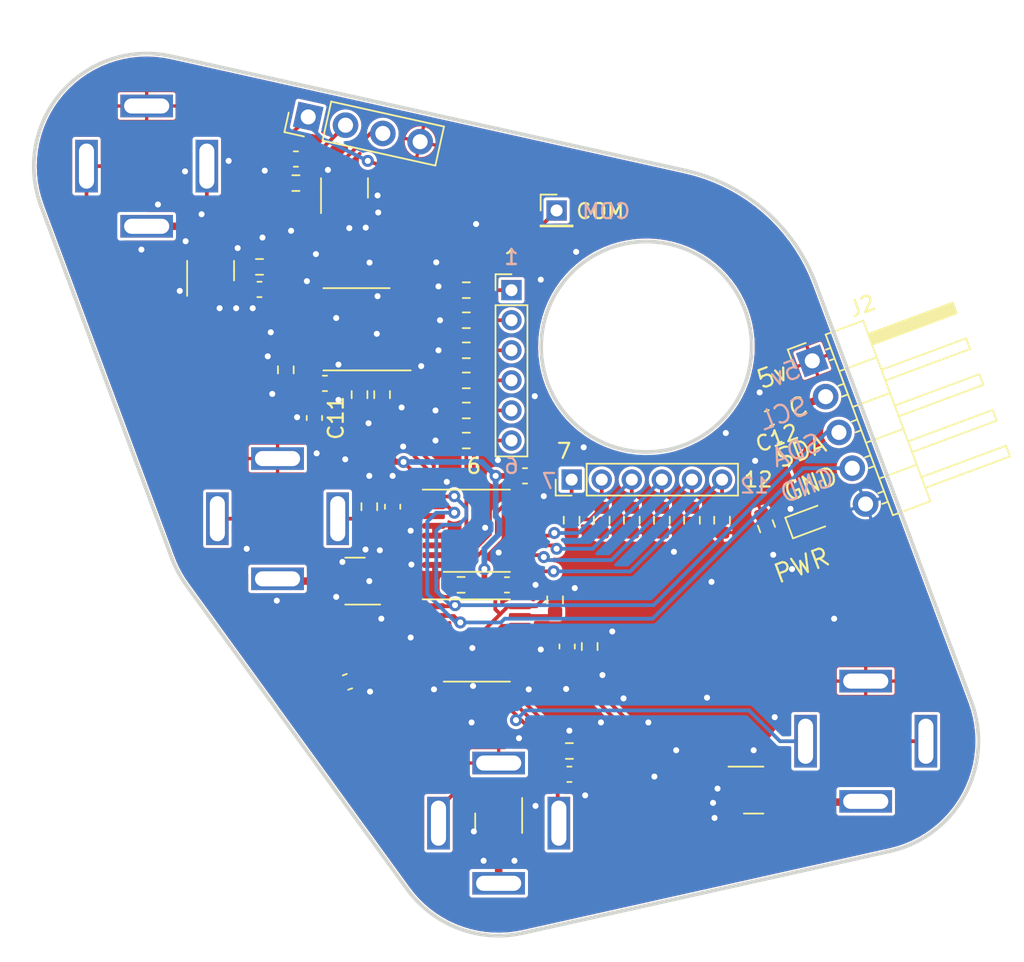
<source format=kicad_pcb>
(kicad_pcb (version 20211014) (generator pcbnew)
  (layers (0 "F.Cu" signal) (31 "B.Cu" signal) (34 "B.Paste" user) (35 "F.Paste" user) (36 "B.SilkS" user "B.Silkscreen") (37 "F.SilkS" user "F.Silkscreen") (38 "B.Mask" user) (39 "F.Mask" user) (44 "Edge.Cuts" user))
  (net 0 "")
  (net 1 "SW_1")
  (net 2 "GND")
  (net 3 "SW_2")
  (net 4 "SW_3")
  (net 5 "SW_4")
  (net 6 "SW_5")
  (net 7 "+5V")
  (net 8 "Net-(D1-Pad1)")
  (net 9 "SCL")
  (net 10 "SDA")
  (net 11 "LED_1")
  (net 12 "+3.3V")
  (net 13 "LED_2")
  (net 14 "Net-(Q2-Pad3)")
  (net 15 "LED_3")
  (net 16 "Net-(Q3-Pad3)")
  (net 17 "LED_4")
  (net 18 "Net-(Q4-Pad3)")
  (net 19 "LED_5")
  (net 20 "Net-(Q5-Pad3)")
  (net 21 "Net-(R6-Pad1)")
  (net 22 "Net-(R7-Pad1)")
  (net 23 "Net-(R8-Pad1)")
  (net 26 "KNOB_1")
  (net 27 "KNOB_2")
  (net 28 "KNOB_3")
  (net 29 "KNOB_4")
  (net 30 "KNOB_5")
  (net 31 "KNOB_6")
  (net 32 "KNOB_12")
  (net 33 "KNOB_11")
  (net 34 "KNOB_10")
  (net 35 "KNOB_9")
  (net 36 "KNOB_8")
  (net 37 "KNOB_7")
  (net 38 "Net-(Q1-Pad3)")
  (footprint "Resistor_SMD:R_0603_1608Metric" (layer "F.Cu") (at 62 90.6 90)
    (fp_text reference "R22" hide)
    (fp_text value "10k" hide)
  )
  (footprint "Package_SO:TSSOP-16_4.4x5mm_P0.65mm" (layer "F.Cu") (at 47.7 98.6)
    (fp_text reference "U3" hide)
    (fp_text value "PCA9557PW" hide)
  )
  (footprint "Resistor_SMD:R_0603_1608Metric" (layer "F.Cu") (at 58 90.6 90)
    (fp_text reference "R20" hide)
    (fp_text value "10k" hide)
  )
  (footprint "Resistor_SMD:R_0603_1608Metric" (layer "F.Cu") (at 47 75.3)
    (fp_text reference "R12" hide)
    (fp_text value "10k" hide)
  )
  (footprint "Package_TO_SOT_SMD:SOT-23" (layer "F.Cu") (at 49.15 110.75 -90)
    (fp_text reference "Q4" hide)
    (fp_text value "2N7002" hide)
  )
  (footprint "Package_TO_SOT_SMD:SOT-23" (layer "F.Cu") (at 30 74 90)
    (fp_text reference "Q2" hide)
    (fp_text value "2N7002" hide)
  )
  (footprint "Resistor_SMD:R_0603_1608Metric" (layer "F.Cu") (at 47 83.3)
    (fp_text reference "R16" hide)
    (fp_text value "10k" hide)
  )
  (footprint "Package_TO_SOT_SMD:SOT-23" (layer "F.Cu") (at 38.9 68.5 90)
    (fp_text reference "Q1" hide)
    (fp_text value "2N7002" hide)
  )
  (footprint "eoz_fl:FL12Lx5" (layer "F.Cu") (at 25.75 67.05)
    (fp_text reference "SW2" hide)
    (fp_text value "SW_Push_LED" hide)
  )
  (footprint "Connector_PinHeader_2.00mm:PinHeader_1x01_P2.00mm_Vertical" (layer "F.Cu") (at 53 70)
    (fp_text reference "J4" hide)
    (fp_text value "Conn_01x01_Female" hide)
  )
  (footprint "Capacitor_SMD:C_0603_1608Metric" (layer "F.Cu") (at 53.7 99 90)
    (fp_text reference "C5" hide)
    (fp_text value "100n" hide)
  )
  (footprint "Capacitor_SMD:C_0603_1608Metric" (layer "F.Cu") (at 35.669867 66.577287 180)
    (fp_text reference "C1" hide)
    (fp_text value "100n" hide)
  )
  (footprint "Capacitor_SMD:C_0603_1608Metric" (layer "F.Cu") (at 42.1 89.7 90)
    (fp_text reference "C3" hide)
    (fp_text value "100n" hide)
  )
  (footprint "Capacitor_SMD:C_0603_1608Metric" (layer "F.Cu") (at 33.25 75.25 180)
    (fp_text reference "C2" hide)
    (fp_text value "100n" hide)
  )
  (footprint "Resistor_SMD:R_0603_1608Metric" (layer "F.Cu") (at 33.25 73.75 180)
    (fp_text reference "R2" hide)
    (fp_text value "10k" hide)
  )
  (footprint "Connector_PinHeader_2.54mm:PinHeader_1x04_P2.54mm_Vertical" (layer "F.Cu") (at 36.490075 63.77753 77.5)
    (fp_text reference "SW1" hide)
    (fp_text value "SW_Push_LED" hide)
  )
  (footprint "Resistor_SMD:R_0603_1608Metric" (layer "F.Cu") (at 39.9 82.25 90)
    (fp_text reference "R10" hide)
    (fp_text value "4.7k" hide)
  )
  (footprint "Resistor_SMD:R_0603_1608Metric" (layer "F.Cu") (at 55.2 99 90)
    (fp_text reference "R5" hide)
    (fp_text value "10k" hide)
  )
  (footprint "Resistor_SMD:R_0603_1608Metric" (layer "F.Cu") (at 41.4 82.25 90)
    (fp_text reference "R9" hide)
    (fp_text value "4.7k" hide)
  )
  (footprint "Resistor_SMD:R_0603_1608Metric" (layer "F.Cu") (at 47 81.3)
    (fp_text reference "R15" hide)
    (fp_text value "10k" hide)
  )
  (footprint "Connector_PinHeader_2.54mm:PinHeader_1x05_P2.54mm_Horizontal" (layer "F.Cu") (at 70 80 20.4)
    (fp_text reference "J2")
    (fp_text value "Conn_01x05")
  )
  (footprint "Capacitor_SMD:C_0603_1608Metric" (layer "F.Cu") (at 36.9 83.8 -90)
    (fp_text reference "C11")
    (fp_text value "1u")
  )
  (footprint "Capacitor_SMD:C_0603_1608Metric" (layer "F.Cu") (at 67.15 83.8 -159.6)
    (fp_text reference "C12")
    (fp_text value "1u")
  )
  (footprint "Connector_PinHeader_2.00mm:PinHeader_1x06_P2.00mm_Vertical" (layer "F.Cu") (at 50 75.3)
    (fp_text reference "J1" hide)
    (fp_text value "Conn_01x06_Female" hide)
  )
  (footprint "Resistor_SMD:R_0603_1608Metric" (layer "F.Cu") (at 54 90.6 90)
    (fp_text reference "R18" hide)
    (fp_text value "10k" hide)
  )
  (footprint "eoz_fl:FL12Lx5" (layer "F.Cu") (at 34.45 90.5)
    (fp_text reference "SW3" hide)
    (fp_text value "SW_Push_LED" hide)
  )
  (footprint "Resistor_SMD:R_0603_1608Metric" (layer "F.Cu") (at 35 80.6 -90)
    (fp_text reference "R6" hide)
    (fp_text value "10k" hide)
  )
  (footprint "Resistor_SMD:R_0603_1608Metric" (layer "F.Cu") (at 47 77.3)
    (fp_text reference "R13" hide)
    (fp_text value "10k" hide)
  )
  (footprint "Resistor_SMD:R_0603_1608Metric" (layer "F.Cu") (at 52.9 95.9 90)
    (fp_text reference "R8" hide)
    (fp_text value "10k" hide)
  )
  (footprint "Package_SO:TSSOP-16_4.4x5mm_P0.65mm" (layer "F.Cu") (at 47.7 91.3)
    (fp_text reference "U2" hide)
    (fp_text value "PCA9557PW" hide)
  )
  (footprint "eoz_fl:FL12Lx5" (layer "F.Cu") (at 49.15 110.75)
    (fp_text reference "SW4" hide)
    (fp_text value "SW_Push_LED" hide)
  )
  (footprint "Capacitor_SMD:C_0603_1608Metric" (layer "F.Cu") (at 37.6 81.5)
    (fp_text reference "C6" hide)
    (fp_text value "100n" hide)
  )
  (footprint "Package_SO:TSSOP-16_4.4x5mm_P0.65mm" (layer "F.Cu") (at 39.7 77.9 180)
    (fp_text reference "U1" hide)
    (fp_text value "PCA9557PW" hide)
  )
  (footprint "Resistor_SMD:R_0603_1608Metric" (layer "F.Cu") (at 47 79.3)
    (fp_text reference "R14" hide)
    (fp_text value "10k" hide)
  )
  (footprint "Capacitor_SMD:C_0603_1608Metric" (layer "F.Cu") (at 53.85 107.5)
    (fp_text reference "C4" hide)
    (fp_text value "100n" hide)
  )
  (footprint "eoz_fl:FL12Lx5" (layer "F.Cu") (at 73.55 105.3)
    (fp_text reference "SW5" hide)
    (fp_text value "SW_Push_LED" hide)
  )
  (footprint "Capacitor_SMD:C_0603_1608Metric" (layer "F.Cu") (at 50.9 87.65)
    (fp_text reference "C7" hide)
    (fp_text value "100n" hide)
  )
  (footprint "Resistor_SMD:R_0603_1608Metric" (layer "F.Cu") (at 60 90.6 90)
    (fp_text reference "R21" hide)
    (fp_text value "10k" hide)
  )
  (footprint "Connector_PinHeader_2.00mm:PinHeader_1x06_P2.00mm_Vertical" (layer "F.Cu") (at 54 87.9 90)
    (fp_text reference "J3" hide)
    (fp_text value "Conn_01x06_Female" hide)
  )
  (footprint "Capacitor_SMD:C_0603_1608Metric" (layer "F.Cu") (at 49.7 94.9)
    (fp_text reference "C8" hide)
    (fp_text value "100n" hide)
  )
  (footprint "LED_SMD:LED_0603_1608Metric" (layer "F.Cu") (at 69.85 90.6 20.4)
    (fp_text reference "D1" hide)
    (fp_text value "LED" hide)
  )
  (footprint "Capacitor_SMD:C_0603_1608Metric" (layer "F.Cu") (at 39.1 101.35 20.4)
    (fp_text reference "C10" hide)
    (fp_text value "1u" hide)
  )
  (footprint "Package_TO_SOT_SMD:SOT-23" (layer "F.Cu") (at 66.1 108.55)
    (fp_text reference "Q5" hide)
    (fp_text value "2N7002" hide)
  )
  (footprint "Resistor_SMD:R_0603_1608Metric" (layer "F.Cu") (at 47 85.3)
    (fp_text reference "R17" hide)
    (fp_text value "10k" hide)
  )
  (footprint "Capacitor_SMD:C_0603_1608Metric" (layer "F.Cu") (at 68 85.9 -159.6)
    (fp_text reference "C9" hide)
    (fp_text value "1u" hide)
  )
  (footprint "Resistor_SMD:R_0603_1608Metric" (layer "F.Cu") (at 66.95 91 -69.6)
    (fp_text reference "R11" hide)
    (fp_text value "1k" hide)
  )
  (footprint "Resistor_SMD:R_0603_1608Metric" (layer "F.Cu") (at 46.65 94.9)
    (fp_text reference "R7" hide)
    (fp_text value "10k" hide)
  )
  (footprint "Resistor_SMD:R_0603_1608Metric" (layer "F.Cu") (at 35.669867 68.177287 180)
    (fp_text reference "R1" hide)
    (fp_text value "10k" hide)
  )
  (footprint "Package_TO_SOT_SMD:SOT-23" (layer "F.Cu") (at 39.6 94.65 180)
    (fp_text reference "Q3" hide)
    (fp_text value "2N7002" hide)
  )
  (footprint "Resistor_SMD:R_0603_1608Metric" (layer "F.Cu") (at 40.55 89.7 90)
    (fp_text reference "R3" hide)
    (fp_text value "10k" hide)
  )
  (footprint "Resistor_SMD:R_0603_1608Metric" (layer "F.Cu") (at 56 90.6 90)
    (fp_text reference "R19" hide)
    (fp_text value "10k" hide)
  )
  (footprint "Resistor_SMD:R_0603_1608Metric" (layer "F.Cu") (at 64 90.6 90)
    (fp_text reference "R23" hide)
    (fp_text value "10k" hide)
  )
  (footprint "Resistor_SMD:R_0603_1608Metric" (layer "F.Cu") (at 53.85 105.95)
    (fp_text reference "R4" hide)
    (fp_text value "10k" hide)
  )
  (gr_line (start 18.718778 69.672673) (end 27.418667 93.110077) (layer "Edge.Cuts") (width 0.25))
  (gr_line (start 28.380921 94.906654) (end 43.0694 115.136547) (layer "Edge.Cuts") (width 0.25))
  (gr_arc (start 61.578001 67.349004) (mid 66.854488 70.014356) (end 70.218176 74.875531) (layer "Edge.Cuts") (width 0.25))
  (gr_line (start 61.578001 67.349004) (end 27.378503 59.741642) (layer "Edge.Cuts") (width 0.25))
  (gr_line (start 80.56768 102.671893) (end 70.218176 74.875531) (layer "Edge.Cuts") (width 0.25))
  (gr_arc (start 18.718778 69.672673) (mid 20.097241 62.133577) (end 27.378503 59.741642) (layer "Edge.Cuts") (width 0.25))
  (gr_circle (center 58.972396 79.062706) (end 65.972396 79.062706) (layer "Edge.Cuts") (width 0.25) (fill none))
  (gr_arc (start 80.56768 102.671893) (mid 80.129969 108.867987) (end 75.171406 112.609088) (layer "Edge.Cuts") (width 0.25))
  (gr_line (start 50.770706 118.050213) (end 75.171406 112.609088) (layer "Edge.Cuts") (width 0.25))
  (gr_arc (start 50.770706 118.050213) (mid 46.48445 117.744753) (end 43.0694 115.136547) (layer "Edge.Cuts") (width 0.25))
  (gr_arc (start 28.380921 94.906654) (mid 27.838485 94.041203) (end 27.418667 93.110077) (layer "Edge.Cuts") (width 0.25))
  (gr_text "SCL" (at 68.1 83.5 20.4) (layer "B.SilkS") (effects (font (size 1.2 1.2)) (justify mirror)))
  (gr_text "1" (at 50 73.1) (layer "B.SilkS") (effects (font (size 1 1)) (justify mirror)))
  (gr_text "12" (at 66.15 88.3) (layer "B.SilkS") (effects (font (size 1 1)) (justify mirror)))
  (gr_text "7" (at 52.5 88) (layer "B.SilkS") (effects (font (size 1 1)) (justify mirror)))
  (gr_text "6" (at 50 87) (layer "B.SilkS") (effects (font (size 1 1)) (justify mirror)))
  (gr_text "GND" (at 69.65 88.3 20.4) (layer "B.SilkS") (effects (font (size 1.2 1.2)) (justify mirror)))
  (gr_text "5v	" (at 67.05 81.25 20.4) (layer "B.SilkS") (effects (font (size 1.2 1.2)) (justify mirror)))
  (gr_text "SDA" (at 68.95 85.95 20.4) (layer "B.SilkS") (effects (font (size 1.2 1.2)) (justify mirror)))
  (gr_text "COM" (at 56.3 70.05) (layer "B.SilkS") (effects (font (size 1 1)) (justify mirror)))
  (gr_text "SDA" (at 69.25 86 20.4) (layer "F.SilkS") (effects (font (size 1.2 1.2))))
  (gr_text "12" (at 66.4 87.9) (layer "F.SilkS") (effects (font (size 1 1))))
  (gr_text "GND" (at 69.9 88.2 20.4) (layer "F.SilkS") (effects (font (size 1.2 1.2))))
  (gr_text "5v	" (at 68.5 80.55 20.4) (layer "F.SilkS") (effects (font (size 1.2 1.2))))
  (gr_text "6" (at 47.5 87) (layer "F.SilkS") (effects (font (size 1 1))))
  (gr_text "COM" (at 55.9 70.05) (layer "F.SilkS") (effects (font (size 1 1))))
  (gr_text "1" (at 50 73.1) (layer "F.SilkS") (effects (font (size 1 1))))
  (gr_text "C" (at 69.05 83.1 20.4) (layer "F.SilkS") (effects (font (size 1.2 1.2))))
  (gr_text "PWR" (at 69.3 93.6 20.4) (layer "F.SilkS") (effects (font (size 1.2 1.2))))
  (gr_text "7" (at 53.5 86) (layer "F.SilkS") (effects (font (size 1 1))))
  (segment (start 36.494867 66.627287) (end 36.444867 66.577287) (width 0.25) (layer "F.Cu") (net 1))
  (segment (start 36.444867 66.577287) (end 36.719867 66.577287) (width 0.25) (layer "F.Cu") (net 1))
  (segment (start 35 77.1) (end 35 72.9) (width 0.25) (layer "F.Cu") (net 1))
  (segment (start 36.8375 77.575) (end 35.475 77.575) (width 0.25) (layer "F.Cu") (net 1))
  (segment (start 36.494867 71.405133) (end 36.494867 68.177287) (width 0.25) (layer "F.Cu") (net 1))
  (segment (start 36.494867 68.177287) (end 36.494867 66.627287) (width 0.25) (layer "F.Cu") (net 1))
  (segment (start 35 72.9) (end 36.494867 71.405133) (width 0.25) (layer "F.Cu") (net 1))
  (segment (start 36.719867 66.577287) (end 38.969867 64.327287) (width 0.25) (layer "F.Cu") (net 1))
  (segment (start 35.475 77.575) (end 35 77.1) (width 0.25) (layer "F.Cu") (net 1))
  (via (at 34.4 95.95) (size 0.8) (drill 0.4) (layers "F.Cu" "B.Cu") (net 2))
  (via (at 67.5 103.7) (size 0.8) (drill 0.4) (layers "F.Cu" "B.Cu") (net 2))
  (via (at 45.7 88.05) (size 0.8) (drill 0.4) (layers "F.Cu" "B.Cu") (net 2))
  (via (at 40.313522 71.140141) (size 0.8) (drill 0.4) (layers "F.Cu" "B.Cu") (net 2))
  (via (at 63.5 110.4) (size 0.8) (drill 0.4) (layers "F.Cu" "B.Cu") (net 2))
  (via (at 66.2 86.65) (size 0.8) (drill 0.4) (layers "F.Cu" "B.Cu") (net 2))
  (via (at 53.85 104.6) (size 0.8) (drill 0.4) (layers "F.Cu" "B.Cu") (net 2))
  (via (at 33.6 67.35) (size 0.8) (drill 0.4) (layers "F.Cu" "B.Cu") (net 2))
  (via (at 60.95 105.9) (size 0.8) (drill 0.4) (layers "F.Cu" "B.Cu") (net 2))
  (via (at 29.4 70.25) (size 0.8) (drill 0.4) (layers "F.Cu" "B.Cu") (net 2))
  (via (at 38.95 86.55) (size 0.8) (drill 0.4) (layers "F.Cu" "B.Cu") (net 2))
  (via (at 43.35 93.55) (size 0.8) (drill 0.4) (layers "F.Cu" "B.Cu") (net 2))
  (via (at 51.95 74.6) (size 0.8) (drill 0.4) (layers "F.Cu" "B.Cu") (net 2))
  (via (at 40.567275 73.466688) (size 0.8) (drill 0.4) (layers "F.Cu" "B.Cu") (net 2))
  (via (at 40.3 92.55) (size 0.8) (drill 0.4) (layers "F.Cu" "B.Cu") (net 2))
  (via (at 66.1 105.9) (size 0.8) (drill 0.4) (layers "F.Cu" "B.Cu") (net 2))
  (via (at 51.15 101.85) (size 0.8) (drill 0.4) (layers "F.Cu" "B.Cu") (net 2))
  (via (at 59.1 104.05) (size 0.8) (drill 0.4) (layers "F.Cu" "B.Cu") (net 2))
  (via (at 42.8 85.7) (size 0.8) (drill 0.4) (layers "F.Cu" "B.Cu") (net 2))
  (via (at 59.5 107.65) (size 0.8) (drill 0.4) (layers "F.Cu" "B.Cu") (net 2))
  (via (at 31.8 72.5) (size 0.8) (drill 0.4) (layers "F.Cu" "B.Cu") (net 2))
  (via (at 35.35 71.35) (size 0.8) (drill 0.4) (layers "F.Cu" "B.Cu") (net 2))
  (via (at 63.7 108.45) (size 0.8) (drill 0.4) (layers "F.Cu" "B.Cu") (net 2))
  (via (at 50.5 105.1) (size 0.8) (drill 0.4) (layers "F.Cu" "B.Cu") (net 2))
  (via (at 54.8 85.75) (size 0.8) (drill 0.4) (layers "F.Cu" "B.Cu") (net 2))
  (via (at 37.8 67.3) (size 0.8) (drill 0.4) (layers "F.Cu" "B.Cu") (net 2))
  (via (at 44.95 83.3) (size 0.8) (drill 0.4) (layers "F.Cu" "B.Cu") (net 2))
  (via (at 47.4 99.1) (size 0.8) (drill 0.4) (layers "F.Cu" "B.Cu") (net 2))
  (via (at 45 73.45) (size 0.8) (drill 0.4) (layers "F.Cu" "B.Cu") (net 2))
  (via (at 47.5 111.3) (size 0.8) (drill 0.4) (layers "F.Cu" "B.Cu") (net 2))
  (via (at 33.45 71.8) (size 0.8) (drill 0.4) (layers "F.Cu" "B.Cu") (net 2))
  (via (at 48.15 113.25) (size 0.8) (drill 0.4) (layers "F.Cu" "B.Cu") (net 2))
  (via (at 51.55 82.35) (size 0.8) (drill 0.4) (layers "F.Cu" "B.Cu") (net 2))
  (via (at 25.4 72.6) (size 0.8) (drill 0.4) (layers "F.Cu" "B.Cu") (net 2))
  (via (at 68.55 89.85) (size 0.8) (drill 0.4) (layers "F.Cu" "B.Cu") (net 2))
  (via (at 56.7 98) (size 0.8) (drill 0.4) (layers "F.Cu" "B.Cu") (net 2))
  (via (at 45.15 79.3) (size 0.8) (drill 0.4) (layers "F.Cu" "B.Cu") (net 2))
  (via (at 38.763148 93.374802) (size 0.8) (drill 0.4) (layers "F.Cu" "B.Cu") (net 2))
  (via (at 27.95 75.35) (size 0.8) (drill 0.4) (layers "F.Cu" "B.Cu") (net 2))
  (via (at 39.220903 71.171965) (size 0.8) (drill 0.4) (layers "F.Cu" "B.Cu") (net 2))
  (via (at 33.8 79.7) (size 0.8) (drill 0.4) (layers "F.Cu" "B.Cu") (net 2))
  (via (at 54.207826 95.114496) (size 0.8) (drill 0.4) (layers "F.Cu" "B.Cu") (net 2))
  (via (at 54.9 108.9) (size 0.8) (drill 0.4) (layers "F.Cu" "B.Cu") (net 2))
  (via (at 47.35 104.05) (size 0.8) (drill 0.4) (layers "F.Cu" "B.Cu") (net 2))
  (via (at 40.6 102) (size 0.8) (drill 0.4) (layers "F.Cu" "B.Cu") (net 2))
  (via (at 38.35 95.7) (size 0.8) (drill 0.4) (layers "F.Cu" "B.Cu") (net 2))
  (via (at 35.75 83.75) (size 0.8) (drill 0.4) (layers "F.Cu" "B.Cu") (net 2))
  (via (at 47.65 70.9) (size 0.8) (drill 0.4) (layers "F.Cu" "B.Cu") (net 2))
  (via (at 40.55 87.65) (size 0.8) (drill 0.4) (layers "F.Cu" "B.Cu") (net 2))
  (via (at 41.1 75.7) (size 0.8) (drill 0.4) (layers "F.Cu" "B.Cu") (net 2))
  (via (at 52.15 89) (size 0.8) (drill 0.4) (layers "F.Cu" "B.Cu") (net 2))
  (via (at 43.3 98.4) (size 0.8) (drill 0.4) (layers "F.Cu" "B.Cu") (net 2))
  (via (at 63.3 94.7) (size 0.8) (drill 0.4) (layers "F.Cu" "B.Cu") (net 2))
  (via (at 36.4 74.7) (size 0.8) (drill 0.4) (layers "F.Cu" "B.Cu") (net 2))
  (via (at 41.05 78.2) (size 0.8) (drill 0.4) (layers "F.Cu" "B.Cu") (net 2))
  (via (at 37 72.9) (size 0.8) (drill 0.4) (layers "F.Cu" "B.Cu") (net 2))
  (via (at 32.8 76.5) (size 0.8) (drill 0.4) (layers "F.Cu" "B.Cu") (net 2))
  (via (at 51.6 109.6) (size 0.8) (drill 0.4) (layers "F.Cu" "B.Cu") (net 2))
  (via (at 49.1 86.6) (size 0.8) (drill 0.4) (layers "F.Cu" "B.Cu") (net 2))
  (via (at 42.7 83.1) (size 0.8) (drill 0.4) (layers "F.Cu" "B.Cu") (net 2))
  (via (at 51.6 94.9) (size 0.8) (drill 0.4) (layers "F.Cu" "B.Cu") (net 2))
  (via (at 60.8 92.7) (size 0.8) (drill 0.4) (layers "F.Cu" "B.Cu") (net 2))
  (via (at 41.140943 70.132385) (size 0.8) (drill 0.4) (layers "F.Cu" "B.Cu") (net 2))
  (via (at 45.25 77.3) (size 0.8) (drill 0.4) (layers "F.Cu" "B.Cu") (net 2))
  (via (at 71.45 97.15) (size 0.8) (drill 0.4) (layers "F.Cu" "B.Cu") (net 2))
  (via (at 49.15 92.75) (size 0.8) (drill 0.4) (layers "F.Cu" "B.Cu") (net 2))
  (via (at 38.5 82.6) (size 0.8) (drill 0.4) (layers "F.Cu" "B.Cu") (net 2))
  (via (at 34.1 82.2) (size 0.8) (drill 0.4) (layers "F.Cu" "B.Cu") (net 2))
  (via (at 63 102.4) (size 0.8) (drill 0.4) (layers "F.Cu" "B.Cu") (net 2))
  (via (at 67.4 92.9) (size 0.8) (drill 0.4) (layers "F.Cu" "B.Cu") (net 2))
  (via (at 41.35 97.15) (size 0.8) (drill 0.4) (layers "F.Cu" "B.Cu") (net 2))
  (via (at 66.5 82.1) (size 0.8) (drill 0.4) (layers "F.Cu" "B.Cu") (net 2))
  (via (at 38.35 77.15) (size 0.8) (drill 0.4) (layers "F.Cu" "B.Cu") (net 2))
  (via (at 51.95 99.2) (size 0.8) (drill 0.4) (layers "F.Cu" "B.Cu") (net 2))
  (via (at 54.3 72.75) (size 0.8) (drill 0.4) (layers "F.Cu" "B.Cu") (net 2))
  (via (at 44 80.35) (size 0.8) (drill 0.4) (layers "F.Cu" "B.Cu") (net 2))
  (via (at 43.3 91.3) (size 0.8) (drill 0.4) (layers "F.Cu" "B.Cu") (net 2))
  (via (at 41.25 92.6) (size 0.8) (drill 0.4) (layers "F.Cu" "B.Cu") (net 2))
  (via (at 47.446424 101.620988) (size 0.8) (drill 0.4) (layers "F.Cu" "B.Cu") (net 2))
  (via (at 45.15 75.05) (size 0.8) (drill 0.4) (layers "F.Cu" "B.Cu") (net 2))
  (via (at 30.6 76.5) (size 0.8) (drill 0.4) (layers "F.Cu" "B.Cu") (net 2))
  (via (at 44.85 101.85) (size 0.8) (drill 0.4) (layers "F.Cu" "B.Cu") (net 2))
  (via (at 48.25 91.1) (size 0.8) (drill 0.4) (layers "F.Cu" "B.Cu") (net 2))
  (via (at 26.5 69.6) (size 0.8) (drill 0.4) (layers "F.Cu" "B.Cu") (net 2))
  (via (at 32.4 92.5) (size 0.8) (drill 0.4) (layers "F.Cu" "B.Cu") (net 2))
  (via (at 44.95 85.3) (size 0.8) (drill 0.4) (layers "F.Cu" "B.Cu") (net 2))
  (via (at 40.55 94.65) (size 0.8) (drill 0.4) (layers "F.Cu" "B.Cu") (net 2))
  (via (at 34 78.1) (size 0.8) (drill 0.4) (layers "F.Cu" "B.Cu") (net 2))
  (via (at 64.25 84.8) (size 0.8) (drill 0.4) (layers "F.Cu" "B.Cu") (net 2))
  (via (at 57.45 102.45) (size 0.8) (drill 0.4) (layers "F.Cu" "B.Cu") (net 2))
  (via (at 42.1 87.65) (size 0.8) (drill 0.4) (layers "F.Cu" "B.Cu") (net 2))
  (via (at 28.3 67.4) (size 0.8) (drill 0.4) (layers "F.Cu" "B.Cu") (net 2))
  (via (at 31.2 66.7) (size 0.8) (drill 0.4) (layers "F.Cu" "B.Cu") (net 2))
  (via (at 55.95 104.05) (size 0.8) (drill 0.4) (layers "F.Cu" "B.Cu") (net 2))
  (via (at 31.7 76.5) (size 0.8) (drill 0.4) (layers "F.Cu" "B.Cu") (net 2))
  (via (at 68.65 93.85) (size 0.8) (drill 0.4) (layers "F.Cu" "B.Cu") (net 2))
  (via (at 53.633963 101.823926) (size 0.8) (drill 0.4) (layers "F.Cu" "B.Cu") (net 2))
  (via (at 41.1 69) (size 0.8) (drill 0.4) (layers "F.Cu" "B.Cu") (net 2))
  (via (at 38.5 80.25) (size 0.8) (drill 0.4) (layers "F.Cu" "B.Cu") (net 2))
  (via (at 50.2 113.25) (size 0.8) (drill 0.4) (layers "F.Cu" "B.Cu") (net 2))
  (via (at 40.5 84.15) (size 0.8) (drill 0.4) (layers "F.Cu" "B.Cu") (net 2))
  (via (at 28.339091 72.044109) (size 0.8) (drill 0.4) (layers "F.Cu" "B.Cu") (net 2))
  (via (at 63.4 109.4) (size 0.8) (drill 0.4) (layers "F.Cu" "B.Cu") (net 2))
  (via (at 37.05 86.15) (size 0.8) (drill 0.4) (layers "F.Cu" "B.Cu") (net 2))
  (via (at 56.05 100.9) (size 0.8) (drill 0.4) (layers "F.Cu" "B.Cu") (net 2))
  (segment (start 34.025 75.25) (end 34.025 73.8) (width 0.25) (layer "F.Cu") (net 3))
  (segment (start 34.025 73.8) (end 34.075 73.75) (width 0.25) (layer "F.Cu") (net 3))
  (segment (start 29.75 69.25) (end 34.075 73.575) (width 0.25) (layer "F.Cu") (net 3))
  (segment (start 29.75 67.05) (end 29.75 69.25) (width 0.25) (layer "F.Cu") (net 3))
  (segment (start 34.075 73.575) (end 34.075 73.75) (width 0.25) (layer "F.Cu") (net 3))
  (segment (start 35.225 78.225) (end 34.025 77.025) (width 0.25) (layer "F.Cu") (net 3))
  (segment (start 36.8375 78.225) (end 35.225 78.225) (width 0.25) (layer "F.Cu") (net 3))
  (segment (start 34.025 77.025) (end 34.025 75.25) (width 0.25) (layer "F.Cu") (net 3))
  (segment (start 42.1 90.475) (end 42.1 98.45) (width 0.25) (layer "F.Cu") (net 4))
  (segment (start 42.1 98.45) (end 43.225 99.575) (width 0.25) (layer "F.Cu") (net 4))
  (segment (start 40.6 90.475) (end 40.55 90.525) (width 0.25) (layer "F.Cu") (net 4))
  (segment (start 40.525 90.5) (end 40.55 90.525) (width 0.25) (layer "F.Cu") (net 4))
  (segment (start 38.45 90.5) (end 40.525 90.5) (width 0.25) (layer "F.Cu") (net 4))
  (segment (start 42.1 90.475) (end 40.6 90.475) (width 0.25) (layer "F.Cu") (net 4))
  (segment (start 43.225 99.575) (end 44.8375 99.575) (width 0.25) (layer "F.Cu") (net 4))
  (segment (start 49.575 98.275) (end 49.35 98.5) (width 0.25) (layer "F.Cu") (net 5))
  (segment (start 53.025 107.45) (end 53.075 107.5) (width 0.25) (layer "F.Cu") (net 5))
  (segment (start 53.075 107.5) (end 53.075 110.675) (width 0.25) (layer "F.Cu") (net 5))
  (segment (start 53.075 110.675) (end 53.15 110.75) (width 0.25) (layer "F.Cu") (net 5))
  (segment (start 50.5625 98.275) (end 49.575 98.275) (width 0.25) (layer "F.Cu") (net 5))
  (segment (start 53.025 105.95) (end 53.025 107.45) (width 0.25) (layer "F.Cu") (net 5))
  (segment (start 49.35 98.5) (end 49.35 101.2) (width 0.25) (layer "F.Cu") (net 5))
  (segment (start 53.025 104.875) (end 53.025 105.95) (width 0.25) (layer "F.Cu") (net 5))
  (segment (start 49.35 101.2) (end 53.025 104.875) (width 0.25) (layer "F.Cu") (net 5))
  (segment (start 53.75 99.825) (end 53.7 99.775) (width 0.25) (layer "F.Cu") (net 6))
  (segment (start 55.2 99.825) (end 55.2 101.4) (width 0.25) (layer "F.Cu") (net 6))
  (segment (start 55.2 101.4) (end 60.6 106.8) (width 0.25) (layer "F.Cu") (net 6))
  (segment (start 66.5 106.8) (end 67.4 107.7) (width 0.25) (layer "F.Cu") (net 6))
  (segment (start 60.6 106.8) (end 66.5 106.8) (width 0.25) (layer "F.Cu") (net 6))
  (segment (start 52.425 99.775) (end 53.7 99.775) (width 0.25) (layer "F.Cu") (net 6))
  (segment (start 67.4 107.7) (end 71.4 107.7) (width 0.25) (layer "F.Cu") (net 6))
  (segment (start 71.4 107.7) (end 73.8 105.3) (width 0.25) (layer "F.Cu") (net 6))
  (segment (start 50.5625 100.225) (end 51.975 100.225) (width 0.25) (layer "F.Cu") (net 6))
  (segment (start 73.8 105.3) (end 77.55 105.3) (width 0.25) (layer "F.Cu") (net 6))
  (segment (start 55.2 99.825) (end 53.75 99.825) (width 0.25) (layer "F.Cu") (net 6))
  (segment (start 51.975 100.225) (end 52.425 99.775) (width 0.25) (layer "F.Cu") (net 6))
  (segment (start 67.237572 91.773258) (end 69.11189 90.8745) (width 0.25) (layer "F.Cu") (net 8))
  (segment (start 44.8375 89.025) (end 46.175 89.025) (width 0.25) (layer "F.Cu") (net 9))
  (segment (start 44.8375 89.025) (end 44.8375 86.9375) (width 0.25) (layer "F.Cu") (net 9))
  (segment (start 46.175 96.325) (end 46.25 96.25) (width 0.25) (layer "F.Cu") (net 9))
  (segment (start 44.8375 96.325) (end 46.175 96.325) (width 0.25) (layer "F.Cu") (net 9))
  (segment (start 43.175 81.425) (end 41.4 81.425) (width 0.25) (layer "F.Cu") (net 9))
  (segment (start 46.175 89.025) (end 46.2 89) (width 0.25) (layer "F.Cu") (net 9))
  (segment (start 41.725 80.175) (end 42.5625 80.175) (width 0.25) (layer "F.Cu") (net 9))
  (segment (start 44 82.25) (end 43.175 81.425) (width 0.25) (layer "F.Cu") (net 9))
  (segment (start 41.4 81.425) (end 41.4 80.5) (width 0.25) (layer "F.Cu") (net 9))
  (segment (start 44 86.1) (end 44 82.25) (width 0.25) (layer "F.Cu") (net 9))
  (segment (start 41.4 80.5) (end 41.725 80.175) (width 0.25) (layer "F.Cu") (net 9))
  (segment (start 44.8375 86.9375) (end 44 86.1) (width 0.25) (layer "F.Cu") (net 9))
  (via (at 46.25 96.25) (size 0.8) (drill 0.4) (layers "F.Cu" "B.Cu") (net 9))
  (via (at 46.2 89) (size 0.8) (drill 0.4) (layers "F.Cu" "B.Cu") (net 9))
  (segment (start 70.938607 84.761393) (end 71.770746 84.761393) (width 0.25) (layer "B.Cu") (net 9))
  (segment (start 46.5 90.9) (end 47 90.4) (width 0.25) (layer "B.Cu") (net 9))
  (segment (start 45 91.3) (end 45.4 90.9) (width 0.25) (layer "B.Cu") (net 9))
  (segment (start 47 90.4) (end 47 89.8) (width 0.25) (layer "B.Cu") (net 9))
  (segment (start 46.25 96.25) (end 45.95 96.25) (width 0.25) (layer "B.Cu") (net 9))
  (segment (start 45 95.3) (end 45 91.3) (width 0.25) (layer "B.Cu") (net 9))
  (segment (start 47 89.8) (end 46.2 89) (width 0.25) (layer "B.Cu") (net 9))
  (segment (start 46.25 96.25) (end 59.45 96.25) (width 0.25) (layer "B.Cu") (net 9))
  (segment (start 45.95 96.25) (end 45 95.3) (width 0.25) (layer "B.Cu") (net 9))
  (segment (start 45.4 90.9) (end 46.5 90.9) (width 0.25) (layer "B.Cu") (net 9))
  (segment (start 59.45 96.25) (end 70.938607 84.761393) (width 0.25) (layer "B.Cu") (net 9))
  (segment (start 43.75 88.7) (end 44.35 88.1) (width 0.25) (layer "F.Cu") (net 10))
  (segment (start 39.9 80.65) (end 41.025 79.525) (width 0.25) (layer "F.Cu") (net 10))
  (segment (start 44.025 89.675) (end 43.75 89.4) (width 0.25) (layer "F.Cu") (net 10))
  (segment (start 44.8375 89.675) (end 44.025 89.675) (width 0.25) (layer "F.Cu") (net 10))
  (segment (start 41.025 79.525) (end 42.5625 79.525) (width 0.25) (layer "F.Cu") (net 10))
  (segment (start 46.175 96.975) (end 46.6 97.4) (width 0.25) (layer "F.Cu") (net 10))
  (segment (start 44.35 87.15) (end 43.55 86.35) (width 0.25) (layer "F.Cu") (net 10))
  (segment (start 44.8375 96.975) (end 46.175 96.975) (width 0.25) (layer "F.Cu") (net 10))
  (segment (start 43.75 89.4) (end 43.75 88.7) (width 0.25) (layer "F.Cu") (net 10))
  (segment (start 39.9 81.425) (end 39.9 80.65) (width 0.25) (layer "F.Cu") (net 10))
  (segment (start 43.55 82.6) (end 43.2 82.25) (width 0.25) (layer "F.Cu") (net 10))
  (segment (start 43.2 82.25) (end 40.725 82.25) (width 0.25) (layer "F.Cu") (net 10))
  (segment (start 45.775 89.675) (end 46.2 90.1) (width 0.25) (layer "F.Cu") (net 10))
  (segment (start 44.35 88.1) (end 44.35 87.15) (width 0.25) (layer "F.Cu") (net 10))
  (segment (start 44.8375 89.675) (end 45.775 89.675) (width 0.25) (layer "F.Cu") (net 10))
  (segment (start 40.725 82.25) (end 39.9 81.425) (width 0.25) (layer "F.Cu") (net 10))
  (segment (start 43.55 86.35) (end 43.55 82.6) (width 0.25) (layer "F.Cu") (net 10))
  (via (at 46.6 97.4) (size 0.8) (drill 0.4) (layers "F.Cu" "B.Cu") (net 10))
  (via (at 46.2 90.1) (size 0.8) (drill 0.4) (layers "F.Cu" "B.Cu") (net 10))
  (segment (start 44.4 90.7) (end 44.4 95.5) (width 0.25) (layer "B.Cu") (net 10))
  (segment (start 46.2 90.1) (end 45 90.1) (width 0.25) (layer "B.Cu") (net 10))
  (segment (start 45 90.1) (end 44.4 90.7) (width 0.25) (layer "B.Cu") (net 10))
  (segment (start 49.55 97.15) (end 49.3 97.4) (width 0.25) (layer "B.Cu") (net 10))
  (segment (start 72.656119 87.142089) (end 69.39005 87.142089) (width 0.25) (layer "B.Cu") (net 10))
  (segment (start 44.4 95.5) (end 46.3 97.4) (width 0.25) (layer "B.Cu") (net 10))
  (segment (start 59.382139 97.15) (end 49.55 97.15) (width 0.25) (layer "B.Cu") (net 10))
  (segment (start 49.3 97.4) (end 46.6 97.4) (width 0.25) (layer "B.Cu") (net 10))
  (segment (start 69.39005 87.142089) (end 59.382139 97.15) (width 0.25) (layer "B.Cu") (net 10))
  (segment (start 46.3 97.4) (end 46.6 97.4) (width 0.25) (layer "B.Cu") (net 10))
  (segment (start 35.825 76.925) (end 36.8375 76.925) (width 0.25) (layer "F.Cu") (net 11))
  (segment (start 37.95 70.75) (end 35.6 73.1) (width 0.25) (layer "F.Cu") (net 11))
  (segment (start 35.6 76.7) (end 35.825 76.925) (width 0.25) (layer "F.Cu") (net 11))
  (segment (start 37.95 69.4375) (end 37.95 70.75) (width 0.25) (layer "F.Cu") (net 11))
  (segment (start 35.6 73.1) (end 35.6 76.7) (width 0.25) (layer "F.Cu") (net 11))
  (segment (start 36.825 81.5) (end 35.075 81.5) (width 0.38) (layer "F.Cu") (net 12))
  (segment (start 21.75 67.05) (end 26.35 67.05) (width 0.25) (layer "F.Cu") (net 12))
  (segment (start 48.2 94.85) (end 48.25 94.9) (width 0.38) (layer "F.Cu") (net 12))
  (segment (start 33.85 90.5) (end 38.55 85.8) (width 0.25) (layer "F.Cu") (net 12))
  (segment (start 48.4 101.65) (end 50.3 103.55) (width 0.25) (layer "F.Cu") (net 12))
  (segment (start 49.25 96.85) (end 48.2 97.9) (width 0.25) (layer "F.Cu") (net 12))
  (segment (start 45.15 110.75) (end 45.15 109.8) (width 0.25) (layer "F.Cu") (net 12))
  (segment (start 36.8375 81.4875) (end 36.825 81.5) (width 0.25) (layer "F.Cu") (net 12))
  (segment (start 50.125 87.65) (end 48.95 87.65) (width 0.38) (layer "F.Cu") (net 12))
  (segment (start 44.8375 98.275) (end 48.125 98.275) (width 0.25) (layer "F.Cu") (net 12))
  (segment (start 43.975 90.325) (end 44.8375 90.325) (width 0.25) (layer "F.Cu") (net 12))
  (segment (start 41.4 85.8) (end 41.4 83.075) (width 0.38) (layer "F.Cu") (net 12))
  (segment (start 32.825 81.425) (end 21.75 70.35) (width 0.25) (layer "F.Cu") (net 12))
  (segment (start 67.876394 83.529857) (end 67.45 84.8) (width 0.38) (layer "F.Cu") (net 12))
  (segment (start 35 81.425) (end 32.825 81.425) (width 0.25) (layer "F.Cu") (net 12))
  (segment (start 47.475 94.9) (end 48.25 94.9) (width 0.25) (layer "F.Cu") (net 12))
  (segment (start 41.4 83.075) (end 39.9 83.075) (width 0.38) (layer "F.Cu") (net 12))
  (segment (start 59.2 86.7) (end 51.075 86.7) (width 0.38) (layer "F.Cu") (net 12))
  (segment (start 50.5625 96.325) (end 51.65 96.325) (width 0.25) (layer "F.Cu") (net 12))
  (segment (start 48.925 94.9) (end 48.925 96.525) (width 0.25) (layer "F.Cu") (net 12))
  (segment (start 38.55 85.8) (end 41.4 85.8) (width 0.25) (layer "F.Cu") (net 12))
  (segment (start 39.9 83.075) (end 39.525 83.45) (width 0.38) (layer "F.Cu") (net 12))
  (segment (start 40.45 66.7) (end 52.1 70.9) (width 0.25) (layer "F.Cu") (net 12))
  (segment (start 70.885373 82.380696) (end 67.876394 83.529857) (width 0.5) (layer "F.Cu") (net 12))
  (segment (start 51.65 96.325) (end 52.9 95.075) (width 0.25) (layer "F.Cu") (net 12))
  (segment (start 50.5625 88.0875) (end 50.5625 89.025) (width 0.25) (layer "F.Cu") (net 12))
  (segment (start 50.125 87.65) (end 50.5625 88.0875) (width 0.25) (layer "F.Cu") (net 12))
  (segment (start 46.85 108.1) (end 51 108.1) (width 0.25) (layer "F.Cu") (net 12))
  (segment (start 48.4 101.65) (end 48.4 98.55) (width 0.25) (layer "F.Cu") (net 12))
  (segment (start 30.45 90.5) (end 33.85 90.5) (width 0.25) (layer "F.Cu") (net 12))
  (segment (start 36.825 81.5) (end 36.825 82.95) (width 0.38) (layer "F.Cu") (net 12))
  (segment (start 50.3 103.55) (end 50.3 103.9) (width 0.25) (layer "F.Cu") (net 12))
  (segment (start 51 108.1) (end 51.4 107.7) (width 0.25) (layer "F.Cu") (net 12))
  (segment (start 62.15 86.45) (end 59.2 86.7) (width 0.38) (layer "F.Cu") (net 12))
  (segment (start 50.5625 96.325) (end 49.775 96.325) (width 0.25) (layer "F.Cu") (net 12))
  (segment (start 48.125 98.275) (end 48.2 98.2) (width 0.25) (layer "F.Cu") (net 12))
  (segment (start 36.825 82.95) (end 36.9 83.025) (width 0.38) (layer "F.Cu") (net 12))
  (segment (start 42.325 86.725) (end 41.4 85.8) (width 0.38) (layer "F.Cu") (net 12))
  (segment (start 51.4 104.65) (end 50.65 103.9) (width 0.25) (layer "F.Cu") (net 12))
  (segment (start 49.775 96.325) (end 49.25 96.85) (width 0.25) (layer "F.Cu") (net 12))
  (segment (start 48.2 93.85) (end 48.2 94.85) (width 0.38) (layer "F.Cu") (net 12))
  (segment (start 28.65 64.75) (end 35.517605 64.75) (width 0.25) (layer "F.Cu") (net 12))
  (segment (start 67.45 84.8) (end 62.15 86.45) (width 0.38) (layer "F.Cu") (net 12))
  (segment (start 51.4 107.7) (end 51.4 104.65) (width 0.25) (layer "F.Cu") (net 12))
  (segment (start 26.35 67.05) (end 28.65 64.75) (width 0.25) (layer "F.Cu") (net 12))
  (segment (start 21.75 70.35) (end 21.75 67.05) (width 0.25) (layer "F.Cu") (net 12))
  (segment (start 42.825 86.725) (end 42.325 86.725) (width 0.38) (layer "F.Cu") (net 12))
  (segment (start 42.825 86.725) (end 43.25 87.15) (width 0.25) (layer "F.Cu") (net 12))
  (segment (start 37.325 83.45) (end 36.9 83.025) (width 0.38) (layer "F.Cu") (net 12))
  (segment (start 35.075 81.5) (end 35 81.425) (width 0.38) (layer "F.Cu") (net 12))
  (segment (start 48.2 97.9) (end 48.2 98.2) (width 0.25) (layer "F.Cu") (net 12))
  (segment (start 35.517605 64.75) (end 36.490075 63.77753) (width 0.25) (layer "F.Cu") (net 12))
  (segment (start 43.25 89.6) (end 43.975 90.325) (width 0.25) (layer "F.Cu") (net 12))
  (segment (start 43.25 87.15) (end 43.25 89.6) (width 0.25) (layer "F.Cu") (net 12))
  (segment (start 36.8375 80.175) (end 36.8375 81.4875) (width 0.25) (layer "F.Cu") (net 12))
  (segment (start 52.1 70.9) (end 53 70) (width 0.25) (layer "F.Cu") (net 12))
  (segment (start 39.525 83.45) (end 37.325 83.45) (width 0.38) (layer "F.Cu") (net 12))
  (segment (start 48.4 98.55) (end 48.125 98.275) (width 0.25) (layer "F.Cu") (net 12))
  (segment (start 48.25 94.9) (end 48.925 94.9) (width 0.25) (layer "F.Cu") (net 12))
  (segment (start 45.15 109.8) (end 46.85 108.1) (width 0.25) (layer "F.Cu") (net 12))
  (segment (start 51.075 86.7) (end 50.125 87.65) (width 0.38) (layer "F.Cu") (net 12))
  (segment (start 48.925 96.525) (end 49.25 96.85) (width 0.25) (layer "F.Cu") (net 12))
  (segment (start 50.65 103.9) (end 50.3 103.9) (width 0.25) (layer "F.Cu") (net 12))
  (via (at 50.3 103.9) (size 0.8) (drill 0.4) (layers "F.Cu" "B.Cu") (net 12))
  (via (at 48.95 87.65) (size 0.8) (drill 0.4) (layers "F.Cu" "B.Cu") (net 12))
  (via (at 48.2 93.85) (size 0.8) (drill 0.4) (layers "F.Cu" "B.Cu") (net 12))
  (via (at 40.45 66.7) (size 0.8) (drill 0.4) (layers "F.Cu" "B.Cu") (net 12))
  (via (at 42.825 86.725) (size 0.8) (drill 0.4) (layers "F.Cu" "B.Cu") (net 12))
  (segment (start 65.8 103.25) (end 67.85 105.3) (width 0.25) (layer "B.Cu") (net 12))
  (segment (start 43 86.9) (end 42.825 86.725) (width 0.25) (layer "B.Cu") (net 12))
  (segment (start 36.490075 64.290075) (end 36.490075 63.77753) (width 0.25) (layer "B.Cu") (net 12))
  (segment (start 48.95 90.35) (end 48.95 87.65) (width 0.38) (layer "B.Cu") (net 12))
  (segment (start 40.45 66.7) (end 37.4 65.2) (width 0.25) (layer "B.Cu") (net 12))
  (segment (start 48.2 92.5) (end 49.2 91.5) (width 0.38) (layer "B.Cu") (net 12))
  (segment (start 50.3 103.9) (end 50.95 103.25) (width 0.25) (layer "B.Cu") (net 12))
  (segment (start 49.2 90.6) (end 48.95 90.35) (width 0.38) (layer "B.Cu") (net 12))
  (segment (start 42.825 86.725) (end 48.025 86.725) (width 0.38) (layer "B.Cu") (net 12))
  (segment (start 48.025 86.725) (end 48.95 87.65) (width 0.38) (layer "B.Cu") (net 12))
  (segment (start 48.2 93.85) (end 48.2 92.5) (width 0.38) (layer "B.Cu") (net 12))
  (segment (start 37.4 65.2) (end 36.490075 64.290075) (width 0.25) (layer "B.Cu") (net 12))
  (segment (start 50.95 103.25) (end 65.8 103.25) (width 0.25) (layer "B.Cu") (net 12))
  (segment (start 67.85 105.3) (end 69.55 105.3) (width 0.25) (layer "B.Cu") (net 12))
  (segment (start 49.2 91.5) (end 49.2 90.6) (width 0.38) (layer "B.Cu") (net 12))
  (segment (start 29.05 76.3) (end 31.625 78.875) (width 0.25) (layer "F.Cu") (net 13))
  (segment (start 29.05 74.9375) (end 29.05 76.3) (width 0.25) (layer "F.Cu") (net 13))
  (segment (start 31.625 78.875) (end 36.8375 78.875) (width 0.25) (layer "F.Cu") (net 13))
  (segment (start 30 72.3) (end 30 73.0625) (width 0.5) (layer "F.Cu") (net 14))
  (segment (start 25.75 71.05) (end 28.75 71.05) (width 0.5) (layer "F.Cu") (net 14))
  (segment (start 28.75 71.05) (end 30 72.3) (width 0.5) (layer "F.Cu") (net 14))
  (segment (start 40.5375 97.6375) (end 43.125 100.225) (width 0.25) (layer "F.Cu") (net 15))
  (segment (start 43.125 100.225) (end 44.8375 100.225) (width 0.25) (layer "F.Cu") (net 15))
  (segment (start 40.5375 95.6) (end 40.5375 97.6375) (width 0.25) (layer "F.Cu") (net 15))
  (segment (start 34.6 94.65) (end 34.45 94.5) (width 0.5) (layer "F.Cu") (net 16))
  (segment (start 38.6625 94.65) (end 34.6 94.65) (width 0.5) (layer "F.Cu") (net 16))
  (segment (start 51.85 107.95) (end 51.85 104.4) (width 0.25) (layer "F.Cu") (net 17))
  (segment (start 49.375 97.625) (end 50.5625 97.625) (width 0.25) (layer "F.Cu") (net 17))
  (segment (start 51.85 104.4) (end 48.85 101.4) (width 0.25) (layer "F.Cu") (net 17))
  (segment (start 50.1 109.8125) (end 50.1 109.7) (width 0.25) (layer "F.Cu") (net 17))
  (segment (start 48.85 98.15) (end 49.375 97.625) (width 0.25) (layer "F.Cu") (net 17))
  (segment (start 50.1 109.7) (end 51.85 107.95) (width 0.25) (layer "F.Cu") (net 17))
  (segment (start 48.85 101.4) (end 48.85 98.15) (width 0.25) (layer "F.Cu") (net 17))
  (segment (start 49.15 111.6875) (end 49.15 114.75) (width 0.5) (layer "F.Cu") (net 18))
  (segment (start 65.1625 107.6) (end 60.65 107.6) (width 0.25) (layer "F.Cu") (net 19))
  (segment (start 60.65 107.6) (end 53.925 100.875) (width 0.25) (layer "F.Cu") (net 19))
  (segment (start 53.925 100.875) (end 50.5625 100.875) (width 0.25) (layer "F.Cu") (net 19))
  (segment (start 69.65 109.35) (end 73.5 109.35) (width 0.5) (layer "F.Cu") (net 20))
  (segment (start 68.85 108.55) (end 69.65 109.35) (width 0.5) (layer "F.Cu") (net 20))
  (segment (start 67.0375 108.55) (end 68.85 108.55) (width 0.5) (layer "F.Cu") (net 20))
  (segment (start 73.5 109.35) (end 73.55 109.3) (width 0.5) (layer "F.Cu") (net 20))
  (segment (start 36.8375 79.525) (end 35.25 79.525) (width 0.25) (layer "F.Cu") (net 21))
  (segment (start 35.25 79.525) (end 35 79.775) (width 0.25) (layer "F.Cu") (net 21))
  (segment (start 49.025 91.7) (end 49.025 90.075) (width 0.25) (layer "F.Cu") (net 22))
  (segment (start 49.425 89.675) (end 49.025 90.075) (width 0.25) (layer "F.Cu") (net 22))
  (segment (start 50.5625 89.675) (end 49.425 89.675) (width 0.25) (layer "F.Cu") (net 22))
  (segment (start 45.825 94.9) (end 49.025 91.7) (width 0.25) (layer "F.Cu") (net 22))
  (segment (start 50.5625 96.975) (end 52.65 96.975) (width 0.25) (layer "F.Cu") (net 23))
  (segment (start 52.65 96.975) (end 52.9 96.725) (width 0.25) (layer "F.Cu") (net 23))
  (segment (start 46.825 74.3) (end 47.825 75.3) (width 0.25) (layer "F.Cu") (net 26))
  (segment (start 47.825 75.3) (end 50 75.3) (width 0.25) (layer "F.Cu") (net 26))
  (segment (start 38.575 75.625) (end 39.9 74.3) (width 0.25) (layer "F.Cu") (net 26))
  (segment (start 36.8375 75.625) (end 38.575 75.625) (width 0.25) (layer "F.Cu") (net 26))
  (segment (start 39.9 74.3) (end 46.825 74.3) (width 0.25) (layer "F.Cu") (net 26))
  (segment (start 43.8 74.8) (end 40.7 74.8) (width 0.25) (layer "F.Cu") (net 27))
  (segment (start 39.225 76.275) (end 36.8375 76.275) (width 0.25) (layer "F.Cu") (net 27))
  (segment (start 45.3 76.3) (end 43.8 74.8) (width 0.25) (layer "F.Cu") (net 27))
  (segment (start 46.825 76.3) (end 45.3 76.3) (width 0.25) (layer "F.Cu") (net 27))
  (segment (start 50 77.3) (end 47.825 77.3) (width 0.25) (layer "F.Cu") (net 27))
  (segment (start 47.825 77.3) (end 46.825 76.3) (width 0.25) (layer "F.Cu") (net 27))
  (segment (start 40.7 74.8) (end 39.225 76.275) (width 0.25) (layer "F.Cu") (net 27))
  (segment (start 43.775 76.275) (end 42.5625 76.275) (width 0.25) (layer "F.Cu") (net 28))
  (segment (start 44.5 78.1) (end 44.5 77) (width 0.25) (layer "F.Cu") (net 28))
  (segment (start 50 79.3) (end 47.825 79.3) (width 0.25) (layer "F.Cu") (net 28))
  (segment (start 46.925 78.4) (end 44.8 78.4) (width 0.25) (layer "F.Cu") (net 28))
  (segment (start 44.8 78.4) (end 44.5 78.1) (width 0.25) (layer "F.Cu") (net 28))
  (segment (start 44.5 77) (end 43.775 76.275) (width 0.25) (layer "F.Cu") (net 28))
  (segment (start 47.825 79.3) (end 46.925 78.4) (width 0.25) (layer "F.Cu") (net 28))
  (segment (start 44.05 79.3) (end 45.05 80.3) (width 0.25) (layer "F.Cu") (net 29))
  (segment (start 43.725 76.925) (end 44.05 77.25) (width 0.25) (layer "F.Cu") (net 29))
  (segment (start 44.05 77.25) (end 44.05 79.3) (width 0.25) (layer "F.Cu") (net 29))
  (segment (start 42.5625 76.925) (end 43.725 76.925) (width 0.25) (layer "F.Cu") (net 29))
  (segment (start 50 81.3) (end 47.825 81.3) (width 0.25) (layer "F.Cu") (net 29))
  (segment (start 45.05 80.3) (end 46.825 80.3) (width 0.25) (layer "F.Cu") (net 29))
  (segment (start 46.825 80.3) (end 47.825 81.3) (width 0.25) (layer "F.Cu") (net 29))
  (segment (start 46.425 92.275) (end 47 91.7) (width 0.25) (layer "F.Cu") (net 30))
  (segment (start 47 84.125) (end 47 91.7) (width 0.25) (layer "F.Cu") (net 30))
  (segment (start 47.825 83.3) (end 47 84.125) (width 0.25) (layer "F.Cu") (net 30))
  (segment (start 44.8375 92.275) (end 46.425 92.275) (width 0.25) (layer "F.Cu") (net 30))
  (segment (start 47.825 83.3) (end 50 83.3) (width 0.25) (layer "F.Cu") (net 30))
  (segment (start 50 85.3) (end 47.825 85.3) (width 0.25) (layer "F.Cu") (net 31))
  (segment (start 46.475 92.925) (end 47.5 91.9) (width 0.25) (layer "F.Cu") (net 31))
  (segment (start 44.8375 92.925) (end 46.475 92.925) (width 0.25) (layer "F.Cu") (net 31))
  (segment (start 47.5 91.9) (end 47.5 85.625) (width 0.25) (layer "F.Cu") (net 31))
  (segment (start 47.5 85.625) (end 47.825 85.3) (width 0.25) (layer "F.Cu") (net 31))
  (segment (start 51.625 93.575) (end 51.8 93.75) (width 0.25) (layer "F.Cu") (net 32))
  (segment (start 50.5625 93.575) (end 51.625 93.575) (width 0.25) (layer "F.Cu") (net 32))
  (segment (start 64 89.775) (end 64 87.9) (width 0.25) (layer "F.Cu") (net 32))
  (segment (start 52.05 94) (end 52.8 94) (width 0.25) (layer "F.Cu") (net 32))
  (segment (start 51.8 93.75) (end 52.05 94) (width 0.25) (layer "F.Cu") (net 32))
  (via (at 52.8 94) (size 0.8) (drill 0.4) (layers "F.Cu" "B.Cu") (net 32))
  (segment (start 52.8 94) (end 57.9 94) (width 0.25) (layer "B.Cu") (net 32))
  (segment (start 57.9 94) (end 64 87.9) (width 0.25) (layer "B.Cu") (net 32))
  (segment (start 62 87.9) (end 62 89.775) (width 0.25) (layer "F.Cu") (net 33))
  (segment (start 50.5625 92.925) (end 52.025 92.925) (width 0.25) (layer "F.Cu") (net 33))
  (segment (start 52.025 92.925) (end 52.15 93.05) (width 0.25) (layer "F.Cu") (net 33))
  (via (at 52.15 93.05) (size 0.8) (drill 0.4) (layers "F.Cu" "B.Cu") (net 33))
  (segment (start 56.65 93.25) (end 62 87.9) (width 0.25) (layer "B.Cu") (net 33))
  (segment (start 52.35 93.25) (end 56.65 93.25) (width 0.25) (layer "B.Cu") (net 33))
  (segment (start 52.15 93.05) (end 52.35 93.25) (width 0.25) (layer "B.Cu") (net 33))
  (segment (start 50.5625 92.275) (end 52.775 92.275) (width 0.25) (layer "F.Cu") (net 34))
  (segment (start 52.775 92.275) (end 53 92.5) (width 0.25) (layer "F.Cu") (net 34))
  (segment (start 60 87.9) (end 60 89.775) (width 0.25) (layer "F.Cu") (net 34))
  (via (at 53 92.5) (size 0.8) (drill 0.4) (layers "F.Cu" "B.Cu") (net 34))
  (segment (start 55.4 92.5) (end 60 87.9) (width 0.25) (layer "B.Cu") (net 34))
  (segment (start 53 92.5) (end 55.4 92.5) (width 0.25) (layer "B.Cu") (net 34))
  (segment (start 58 87.9) (end 58 89.775) (width 0.25) (layer "F.Cu") (net 35))
  (segment (start 50.5625 91.625) (end 52.675 91.625) (width 0.25) (layer "F.Cu") (net 35))
  (segment (start 52.675 91.625) (end 52.85 91.45) (width 0.25) (layer "F.Cu") (net 35))
  (via (at 52.85 91.45) (size 0.8) (drill 0.4) (layers "F.Cu" "B.Cu") (net 35))
  (segment (start 54.45 91.45) (end 58 87.9) (width 0.25) (layer "B.Cu") (net 35))
  (segment (start 52.85 91.45) (end 54.45 91.45) (width 0.25) (layer "B.Cu") (net 35))
  (segment (start 52.7 90.55) (end 52.275 90.975) (width 0.25) (layer "F.Cu") (net 36))
  (segment (start 56 89.775) (end 55.225 90.55) (width 0.25) (layer "F.Cu") (net 36))
  (segment (start 55.225 90.55) (end 52.7 90.55) (width 0.25) (layer "F.Cu") (net 36))
  (segment (start 56 89.775) (end 56 87.9) (width 0.25) (layer "F.Cu") (net 36))
  (segment (start 52.275 90.975) (end 50.5625 90.975) (width 0.25) (layer "F.Cu") (net 36))
  (segment (start 54 87.9) (end 54 89.775) (width 0.25) (layer "F.Cu") (net 37))
  (segment (start 50.5625 90.325) (end 51.925 90.325) (width 0.25) (layer "F.Cu") (net 37))
  (segment (start 52.475 89.775) (end 54 89.775) (width 0.25) (layer "F.Cu") (net 37))
  (segment (start 51.925 90.325) (end 52.475 89.775) (width 0.25) (layer "F.Cu") (net 37))
  (segment (start 38.9 67.5625) (end 38.9 66.6) (width 0.25) (layer "F.Cu") (net 38))
  (segment (start 40.622957 64.877043) (end 41.449659 64.877043) (width 0.25) (layer "F.Cu") (net 38))
  (segment (start 38.9 66.6) (end 40.622957 64.877043) (width 0.25) (layer "F.Cu") (net 38))
  (zone (net 7) (net_name "+5V") (layer "F.Cu") (connect_pads (clearance 0.2)) (min_thickness 0.2) (fill yes (thermal_gap 0.17) (thermal_bridge_width 0.22))
    (polygon (pts (xy 83.4 119.2) (xy 17.05 119.05) (xy 17.3 57.25) (xy 83.2 56.9)))
  )
  (zone (net 2) (net_name "GND") (layer "F.Cu") (priority 5) (connect_pads (clearance 0.2)) (min_thickness 0.2) (fill yes (thermal_gap 0.2) (thermal_bridge_width 0.22))
    (polygon (pts (xy 36.95 64.9) (xy 55 72.2) (xy 58.8 78.5) (xy 59.8 79.15) (xy 67.1 81.85) (xy 66.8 82.9) (xy 72.25 97.25) (xy 66.35 106.35) (xy 67 107.9) (xy 67.45 109.8) (xy 52.1 113.75) (xy 47.5 113.75) (xy 46.75 112.15) (xy 47.3 108.8) (xy 49.75 108) (xy 50 105.55) (xy 40.4 102.55) (xy 32.8 95.15) (xy 31.75 92.35) (xy 36.5 87.6) (xy 36.55 85.3) (xy 24.1 72.05) (xy 28.9 65.8) (xy 29 65.25)))
  )
  (zone (net 2) (net_name "GND") (layer "B.Cu") (connect_pads (clearance 0.2)) (min_thickness 0.2) (fill yes (thermal_gap 0.17) (thermal_bridge_width 0.22))
    (polygon (pts (xy 84 120) (xy 16 120) (xy 16 56) (xy 84 56)))
  )
)
</source>
